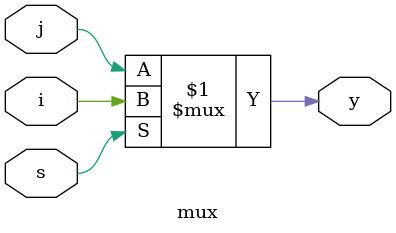
<source format=v>
`timescale 1ns / 1ps


module mux(y,s,i,j);
output y;
input s;
input i,j;
wire y;
assign y=(s)?(i):(j);
endmodule


</source>
